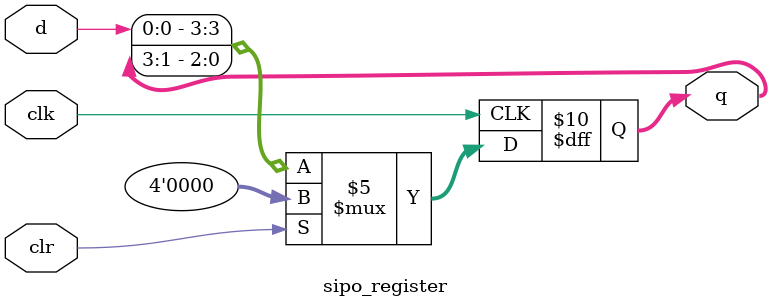
<source format=v>
module sipo_register(clk,clr,d,q);
input clk,clr,d;
output reg [3:0]q;
reg [3:0] temp;
always @(posedge clk)

if (clr==1)
q=4'b0000;
else 
begin 
temp = q>>1;
q={d,temp[2:0]};

end
endmodule
</source>
